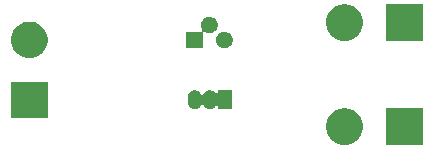
<source format=gbr>
G04 #@! TF.GenerationSoftware,KiCad,Pcbnew,(5.1.5)-3*
G04 #@! TF.CreationDate,2020-12-11T12:36:31+02:00*
G04 #@! TF.ProjectId,Single_transistor_AMP,53696e67-6c65-45f7-9472-616e73697374,V1.0*
G04 #@! TF.SameCoordinates,Original*
G04 #@! TF.FileFunction,Soldermask,Bot*
G04 #@! TF.FilePolarity,Negative*
%FSLAX46Y46*%
G04 Gerber Fmt 4.6, Leading zero omitted, Abs format (unit mm)*
G04 Created by KiCad (PCBNEW (5.1.5)-3) date 2020-12-11 12:36:31*
%MOMM*%
%LPD*%
G04 APERTURE LIST*
%ADD10C,0.100000*%
G04 APERTURE END LIST*
D10*
G36*
X147647585Y-85828802D02*
G01*
X147797410Y-85858604D01*
X148079674Y-85975521D01*
X148333705Y-86145259D01*
X148549741Y-86361295D01*
X148719479Y-86615326D01*
X148836396Y-86897590D01*
X148896000Y-87197240D01*
X148896000Y-87502760D01*
X148836396Y-87802410D01*
X148719479Y-88084674D01*
X148549741Y-88338705D01*
X148333705Y-88554741D01*
X148079674Y-88724479D01*
X147797410Y-88841396D01*
X147647585Y-88871198D01*
X147497761Y-88901000D01*
X147192239Y-88901000D01*
X147042415Y-88871198D01*
X146892590Y-88841396D01*
X146610326Y-88724479D01*
X146356295Y-88554741D01*
X146140259Y-88338705D01*
X145970521Y-88084674D01*
X145853604Y-87802410D01*
X145794000Y-87502760D01*
X145794000Y-87197240D01*
X145853604Y-86897590D01*
X145970521Y-86615326D01*
X146140259Y-86361295D01*
X146356295Y-86145259D01*
X146610326Y-85975521D01*
X146892590Y-85858604D01*
X147042415Y-85828802D01*
X147192239Y-85799000D01*
X147497761Y-85799000D01*
X147647585Y-85828802D01*
G37*
G36*
X153976000Y-88901000D02*
G01*
X150874000Y-88901000D01*
X150874000Y-85799000D01*
X153976000Y-85799000D01*
X153976000Y-88901000D01*
G37*
G36*
X122201000Y-86641000D02*
G01*
X119099000Y-86641000D01*
X119099000Y-83539000D01*
X122201000Y-83539000D01*
X122201000Y-86641000D01*
G37*
G36*
X136042916Y-84282334D02*
G01*
X136151492Y-84315271D01*
X136151495Y-84315272D01*
X136187601Y-84334571D01*
X136251557Y-84368756D01*
X136339264Y-84440736D01*
X136402383Y-84517646D01*
X136419702Y-84534965D01*
X136440077Y-84548579D01*
X136462716Y-84557957D01*
X136486749Y-84562737D01*
X136511253Y-84562737D01*
X136535286Y-84557957D01*
X136557925Y-84548579D01*
X136578299Y-84534966D01*
X136595626Y-84517639D01*
X136609240Y-84497264D01*
X136618618Y-84474625D01*
X136623398Y-84450592D01*
X136624000Y-84438340D01*
X136624000Y-84274000D01*
X137776000Y-84274000D01*
X137776000Y-85876000D01*
X136624000Y-85876000D01*
X136624000Y-85711660D01*
X136621598Y-85687274D01*
X136614485Y-85663825D01*
X136602934Y-85642214D01*
X136587389Y-85623272D01*
X136568447Y-85607727D01*
X136546836Y-85596176D01*
X136523387Y-85589063D01*
X136499001Y-85586661D01*
X136474615Y-85589063D01*
X136451166Y-85596176D01*
X136429555Y-85607727D01*
X136402381Y-85632356D01*
X136339264Y-85709264D01*
X136251556Y-85781244D01*
X136187600Y-85815429D01*
X136151494Y-85834728D01*
X136151491Y-85834729D01*
X136042915Y-85867666D01*
X135930000Y-85878787D01*
X135817084Y-85867666D01*
X135708508Y-85834729D01*
X135708505Y-85834728D01*
X135672399Y-85815429D01*
X135608443Y-85781244D01*
X135520736Y-85709264D01*
X135448756Y-85621556D01*
X135405239Y-85540140D01*
X135391625Y-85519766D01*
X135374298Y-85502439D01*
X135353924Y-85488825D01*
X135331285Y-85479448D01*
X135307251Y-85474668D01*
X135282747Y-85474668D01*
X135258714Y-85479449D01*
X135236075Y-85488826D01*
X135215701Y-85502440D01*
X135198374Y-85519767D01*
X135184762Y-85540140D01*
X135141244Y-85621557D01*
X135069264Y-85709264D01*
X134981556Y-85781244D01*
X134917600Y-85815429D01*
X134881494Y-85834728D01*
X134881491Y-85834729D01*
X134772915Y-85867666D01*
X134660000Y-85878787D01*
X134547084Y-85867666D01*
X134438508Y-85834729D01*
X134438505Y-85834728D01*
X134402399Y-85815429D01*
X134338443Y-85781244D01*
X134250736Y-85709264D01*
X134178756Y-85621556D01*
X134135239Y-85540140D01*
X134125272Y-85521494D01*
X134119492Y-85502440D01*
X134092334Y-85412915D01*
X134084000Y-85328297D01*
X134084000Y-84821702D01*
X134092334Y-84737084D01*
X134125271Y-84628508D01*
X134125272Y-84628505D01*
X134178756Y-84528445D01*
X134178757Y-84528443D01*
X134250737Y-84440736D01*
X134338444Y-84368756D01*
X134402400Y-84334571D01*
X134438506Y-84315272D01*
X134438509Y-84315271D01*
X134547085Y-84282334D01*
X134660000Y-84271213D01*
X134772916Y-84282334D01*
X134881492Y-84315271D01*
X134881495Y-84315272D01*
X134917601Y-84334571D01*
X134981557Y-84368756D01*
X135069264Y-84440736D01*
X135141244Y-84528443D01*
X135157019Y-84557957D01*
X135184761Y-84609859D01*
X135198375Y-84630234D01*
X135215702Y-84647561D01*
X135236076Y-84661174D01*
X135258715Y-84670552D01*
X135282748Y-84675332D01*
X135307252Y-84675332D01*
X135331285Y-84670552D01*
X135353924Y-84661174D01*
X135374299Y-84647560D01*
X135391626Y-84630233D01*
X135405239Y-84609859D01*
X135448756Y-84528445D01*
X135448757Y-84528443D01*
X135520737Y-84440736D01*
X135608444Y-84368756D01*
X135672400Y-84334571D01*
X135708506Y-84315272D01*
X135708509Y-84315271D01*
X135817085Y-84282334D01*
X135930000Y-84271213D01*
X136042916Y-84282334D01*
G37*
G36*
X120952585Y-78488802D02*
G01*
X121102410Y-78518604D01*
X121384674Y-78635521D01*
X121638705Y-78805259D01*
X121854741Y-79021295D01*
X122024479Y-79275326D01*
X122141396Y-79557590D01*
X122142500Y-79563141D01*
X122201000Y-79857239D01*
X122201000Y-80162761D01*
X122171198Y-80312585D01*
X122141396Y-80462410D01*
X122024479Y-80744674D01*
X121854741Y-80998705D01*
X121638705Y-81214741D01*
X121384674Y-81384479D01*
X121102410Y-81501396D01*
X120952585Y-81531198D01*
X120802761Y-81561000D01*
X120497239Y-81561000D01*
X120347415Y-81531198D01*
X120197590Y-81501396D01*
X119915326Y-81384479D01*
X119661295Y-81214741D01*
X119445259Y-80998705D01*
X119275521Y-80744674D01*
X119158604Y-80462410D01*
X119128802Y-80312585D01*
X119099000Y-80162761D01*
X119099000Y-79857239D01*
X119157500Y-79563141D01*
X119158604Y-79557590D01*
X119275521Y-79275326D01*
X119445259Y-79021295D01*
X119661295Y-78805259D01*
X119915326Y-78635521D01*
X120197590Y-78518604D01*
X120347415Y-78488802D01*
X120497239Y-78459000D01*
X120802761Y-78459000D01*
X120952585Y-78488802D01*
G37*
G36*
X136094473Y-78065938D02*
G01*
X136222049Y-78118782D01*
X136336859Y-78195495D01*
X136434505Y-78293141D01*
X136511218Y-78407951D01*
X136564062Y-78535527D01*
X136591000Y-78670956D01*
X136591000Y-78809044D01*
X136564062Y-78944473D01*
X136511218Y-79072049D01*
X136434505Y-79186859D01*
X136336859Y-79284505D01*
X136222049Y-79361218D01*
X136094473Y-79414062D01*
X135959044Y-79441000D01*
X135820956Y-79441000D01*
X135685527Y-79414062D01*
X135557951Y-79361218D01*
X135515444Y-79332816D01*
X135493833Y-79321265D01*
X135470384Y-79314152D01*
X135445998Y-79311750D01*
X135421612Y-79314152D01*
X135398163Y-79321265D01*
X135376553Y-79332817D01*
X135357611Y-79348362D01*
X135342066Y-79367304D01*
X135330515Y-79388915D01*
X135323402Y-79412364D01*
X135321000Y-79436749D01*
X135321000Y-80711000D01*
X133919000Y-80711000D01*
X133919000Y-79309000D01*
X135193251Y-79309000D01*
X135217637Y-79306598D01*
X135241086Y-79299485D01*
X135262697Y-79287934D01*
X135281639Y-79272389D01*
X135297184Y-79253447D01*
X135308735Y-79231836D01*
X135315848Y-79208387D01*
X135318250Y-79184001D01*
X135315848Y-79159615D01*
X135308735Y-79136166D01*
X135297184Y-79114556D01*
X135268782Y-79072049D01*
X135215938Y-78944473D01*
X135189000Y-78809044D01*
X135189000Y-78670956D01*
X135215938Y-78535527D01*
X135268782Y-78407951D01*
X135345495Y-78293141D01*
X135443141Y-78195495D01*
X135557951Y-78118782D01*
X135685527Y-78065938D01*
X135820956Y-78039000D01*
X135959044Y-78039000D01*
X136094473Y-78065938D01*
G37*
G36*
X137364473Y-79335938D02*
G01*
X137492049Y-79388782D01*
X137606859Y-79465495D01*
X137704505Y-79563141D01*
X137781218Y-79677951D01*
X137834062Y-79805527D01*
X137861000Y-79940956D01*
X137861000Y-80079044D01*
X137834062Y-80214473D01*
X137781218Y-80342049D01*
X137704505Y-80456859D01*
X137606859Y-80554505D01*
X137492049Y-80631218D01*
X137364473Y-80684062D01*
X137229044Y-80711000D01*
X137090956Y-80711000D01*
X136955527Y-80684062D01*
X136827951Y-80631218D01*
X136713141Y-80554505D01*
X136615495Y-80456859D01*
X136538782Y-80342049D01*
X136485938Y-80214473D01*
X136459000Y-80079044D01*
X136459000Y-79940956D01*
X136485938Y-79805527D01*
X136538782Y-79677951D01*
X136615495Y-79563141D01*
X136713141Y-79465495D01*
X136827951Y-79388782D01*
X136955527Y-79335938D01*
X137090956Y-79309000D01*
X137229044Y-79309000D01*
X137364473Y-79335938D01*
G37*
G36*
X153976000Y-80101000D02*
G01*
X150874000Y-80101000D01*
X150874000Y-76999000D01*
X153976000Y-76999000D01*
X153976000Y-80101000D01*
G37*
G36*
X147647585Y-77028802D02*
G01*
X147797410Y-77058604D01*
X148079674Y-77175521D01*
X148333705Y-77345259D01*
X148549741Y-77561295D01*
X148719479Y-77815326D01*
X148836396Y-78097590D01*
X148836396Y-78097591D01*
X148875294Y-78293141D01*
X148896000Y-78397240D01*
X148896000Y-78702760D01*
X148836396Y-79002410D01*
X148719479Y-79284674D01*
X148549741Y-79538705D01*
X148333705Y-79754741D01*
X148079674Y-79924479D01*
X147797410Y-80041396D01*
X147647585Y-80071198D01*
X147497761Y-80101000D01*
X147192239Y-80101000D01*
X147042415Y-80071198D01*
X146892590Y-80041396D01*
X146610326Y-79924479D01*
X146356295Y-79754741D01*
X146140259Y-79538705D01*
X145970521Y-79284674D01*
X145853604Y-79002410D01*
X145794000Y-78702760D01*
X145794000Y-78397240D01*
X145814707Y-78293141D01*
X145853604Y-78097591D01*
X145853604Y-78097590D01*
X145970521Y-77815326D01*
X146140259Y-77561295D01*
X146356295Y-77345259D01*
X146610326Y-77175521D01*
X146892590Y-77058604D01*
X147042415Y-77028802D01*
X147192239Y-76999000D01*
X147497761Y-76999000D01*
X147647585Y-77028802D01*
G37*
M02*

</source>
